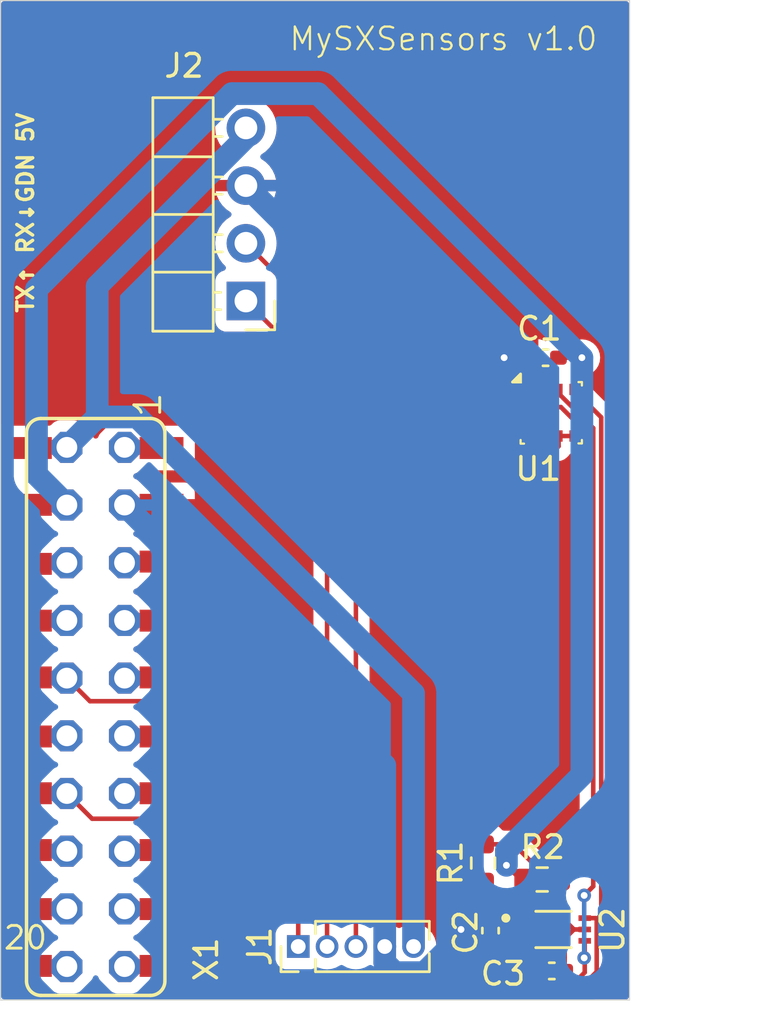
<source format=kicad_pcb>
(kicad_pcb (version 20221018) (generator pcbnew)
  (layers (0 "F.Cu" signal) (31 "B.Cu" signal) (34 "B.Paste" user) (35 "F.Paste" user) (36 "B.SilkS" user "B.Silkscreen") (37 "F.SilkS" user "F.Silkscreen") (38 "B.Mask" user) (39 "F.Mask" user) (44 "Edge.Cuts" user))
  (net 0 "")
  (net 1 "VCC")
  (net 2 "VRAW")
  (net 3 "GND")
  (net 4 "VCCIO")
  (net 5 "D2_RX")
  (net 6 "D1_TX")
  (net 7 "LEGACY_ID")
  (net 8 "RST")
  (net 9 "D4_INT")
  (net 10 "D3_INT")
  (net 11 "D6_PWM")
  (net 12 "D5_PWM")
  (net 13 "D8_SDA")
  (net 14 "D7_SCL")
  (net 15 "D10_A4")
  (net 16 "D9_A3")
  (net 17 "D12_MISO")
  (net 18 "D11_MOSI")
  (net 19 "D14_CS")
  (net 20 "D13_SCK")
  (net 21 "Net-(U2-DVI)")
  (net 22 "Net-(J1-Pin_3)")
  (net 23 "Net-(J1-Pin_2)")
  (net 24 "Net-(U2-ADDR)")
  (footprint "Capacitor_SMD:C_0402_1005Metric_Pad0.74x0.62mm_HandSolder" (layer "F.Cu") (at 159.575 122.975 180)
    (fp_text reference "C3" (at 2.15 -0.125) (layer "F.SilkS"))
    (fp_text value "100n")
    (fp_line (start -0.115835 -0.36) (end 0.115835 -0.36) (stroke (width 0.12)) (layer "F.SilkS"))
    (fp_line (start -0.115835 0.36) (end 0.115835 0.36) (stroke (width 0.12)) (layer "F.SilkS"))
    (pad "1" smd roundrect (at -0.5675 0 180) (size 0.735 0.62) (layers "F.Cu" "F.Paste" "F.Mask") (net 21 "Net-(U2-DVI)"))
    (pad "2" smd roundrect (at 0.5675 0 180) (size 0.735 0.62) (layers "F.Cu" "F.Paste" "F.Mask") (net 3 "GND"))
  )
  (footprint "Connector_PinHeader_1.27mm:PinHeader_1x05_P1.27mm_Vertical" (layer "F.Cu") (at 148.405 121.9 90)
    (fp_text reference "J1" (at 0 -1.695 90) (layer "F.SilkS"))
    (fp_text value "LD2410B")
    (fp_line (start -1.11 -0.76) (end 0 -0.76) (stroke (width 0.12)) (layer "F.SilkS"))
    (fp_line (start -1.11 0) (end -1.11 -0.76) (stroke (width 0.12)) (layer "F.SilkS"))
    (fp_line (start -1.11 0.76) (end -1.11 5.775) (stroke (width 0.12)) (layer "F.SilkS"))
    (fp_line (start -1.11 0.76) (end -0.563471 0.76) (stroke (width 0.12)) (layer "F.SilkS"))
    (fp_line (start -1.11 5.775) (end -0.30753 5.775) (stroke (width 0.12)) (layer "F.SilkS"))
    (fp_line (start 0.30753 5.775) (end 1.11 5.775) (stroke (width 0.12)) (layer "F.SilkS"))
    (fp_line (start 0.563471 0.76) (end 1.11 0.76) (stroke (width 0.12)) (layer "F.SilkS"))
    (fp_line (start 1.11 0.76) (end 1.11 5.775) (stroke (width 0.12)) (layer "F.SilkS"))
    (pad "1" thru_hole rect (at 0 0 90) (size 1 1) (drill 0.65) (layers "*.Cu" "*.Mask") (net 10 "D3_INT"))
    (pad "2" thru_hole oval (at 0 1.27 90) (size 1 1) (drill 0.65) (layers "*.Cu" "*.Mask") (net 23 "Net-(J1-Pin_2)"))
    (pad "3" thru_hole oval (at 0 2.54 90) (size 1 1) (drill 0.65) (layers "*.Cu" "*.Mask") (net 22 "Net-(J1-Pin_3)"))
    (pad "4" thru_hole oval (at 0 3.81 90) (size 1 1) (drill 0.65) (layers "*.Cu" "*.Mask") (net 3 "GND"))
    (pad "5" thru_hole oval (at 0 5.08 90) (size 1 1) (drill 0.65) (layers "*.Cu" "*.Mask") (net 2 "VRAW"))
  )
  (footprint "Package_LGA:Bosch_LGA-8_2.5x2.5mm_P0.65mm_ClockwisePinNumbering" (layer "F.Cu") (at 159.55 98.4)
    (fp_text reference "U1" (at -0.575 2.475) (layer "F.SilkS"))
    (fp_text value "BME280")
    (fp_line (start -1.35 1.35) (end -1.35 1.2) (stroke (width 0.1)) (layer "F.SilkS"))
    (fp_line (start -1.35 1.36) (end -1.2 1.36) (stroke (width 0.1)) (layer "F.SilkS"))
    (fp_line (start 1.2 -1.35) (end 1.35 -1.35) (stroke (width 0.1)) (layer "F.SilkS"))
    (fp_line (start 1.35 -1.35) (end 1.35 -1.2) (stroke (width 0.1)) (layer "F.SilkS"))
    (fp_line (start 1.35 1.35) (end 1.2 1.35) (stroke (width 0.1)) (layer "F.SilkS"))
    (fp_line (start 1.35 1.35) (end 1.35 1.2) (stroke (width 0.1)) (layer "F.SilkS"))
    (fp_poly (pts (xy -1.35 -1.35) (xy -1.71 -1.35) (xy -1.35 -1.71) (xy -1.35 -1.35)) (stroke (width 0.12)) (fill solid) (layer "F.SilkS"))
    (pad "1" smd rect (at -0.975 -1.025 90) (size 0.5 0.35) (layers "F.Cu" "F.Paste" "F.Mask") (net 3 "GND"))
    (pad "2" smd rect (at -0.325 -1.025 90) (size 0.5 0.35) (layers "F.Cu" "F.Paste" "F.Mask") (net 4 "VCCIO"))
    (pad "3" smd rect (at 0.325 -1.025 90) (size 0.5 0.35) (layers "F.Cu" "F.Paste" "F.Mask") (net 13 "D8_SDA"))
    (pad "4" smd rect (at 0.975 -1.025 90) (size 0.5 0.35) (layers "F.Cu" "F.Paste" "F.Mask") (net 14 "D7_SCL"))
    (pad "5" smd rect (at 0.975 1.025 90) (size 0.5 0.35) (layers "F.Cu" "F.Paste" "F.Mask") (net 4 "VCCIO"))
    (pad "6" smd rect (at 0.325 1.025 90) (size 0.5 0.35) (layers "F.Cu" "F.Paste" "F.Mask") (net 4 "VCCIO"))
    (pad "7" smd rect (at -0.325 1.025 90) (size 0.5 0.35) (layers "F.Cu" "F.Paste" "F.Mask") (net 3 "GND"))
    (pad "8" smd rect (at -0.975 1.025 90) (size 0.5 0.35) (layers "F.Cu" "F.Paste" "F.Mask") (net 4 "VCCIO"))
  )
  (footprint "Resistor_SMD:R_0603_1608Metric" (layer "F.Cu") (at 156.55 118.225 90)
    (fp_text reference "R1" (at 0 -1.43 90) (layer "F.SilkS"))
    (fp_text value "1k")
    (fp_line (start -0.237258 -0.5225) (end 0.237258 -0.5225) (stroke (width 0.12)) (layer "F.SilkS"))
    (fp_line (start -0.237258 0.5225) (end 0.237258 0.5225) (stroke (width 0.12)) (layer "F.SilkS"))
    (pad "1" smd roundrect (at -0.825 0 90) (size 0.8 0.95) (layers "F.Cu" "F.Paste" "F.Mask") (net 3 "GND"))
    (pad "2" smd roundrect (at 0.825 0 90) (size 0.8 0.95) (layers "F.Cu" "F.Paste" "F.Mask") (net 24 "Net-(U2-ADDR)"))
  )
  (footprint "MySXSensors:XDCR_BH1750FVI-TR" (layer "F.Cu") (at 159.65 121.15)
    (fp_text reference "U2" (at 2.6 0.025 90) (layer "F.SilkS") (effects (font (size 1.001283 1.001283))))
    (fp_text value "BH1750FVI-TR")
    (fp_line (start -0.78 0.8) (end 0.78 0.8) (stroke (width 0.127)) (layer "F.SilkS"))
    (fp_line (start 0.78 -0.8) (end -0.78 -0.8) (stroke (width 0.127)) (layer "F.SilkS"))
    (fp_circle (center -2.1 -0.5) (end -2 -0.5) (stroke (width 0.2)) (fill none) (layer "F.SilkS"))
    (pad "1" smd rect (at -1.375 -0.5) (size 0.55 0.25) (layers "F.Cu" "F.Paste" "F.Mask") (net 4 "VCCIO"))
    (pad "2" smd rect (at -1.375 0) (size 0.55 0.25) (layers "F.Cu" "F.Paste" "F.Mask") (net 24 "Net-(U2-ADDR)"))
    (pad "3" smd rect (at -1.375 0.5) (size 0.55 0.25) (layers "F.Cu" "F.Paste" "F.Mask") (net 3 "GND"))
    (pad "4" smd rect (at 1.375 0.5) (size 0.55 0.25) (layers "F.Cu" "F.Paste" "F.Mask") (net 13 "D8_SDA"))
    (pad "5" smd rect (at 1.375 0) (size 0.55 0.25) (layers "F.Cu" "F.Paste" "F.Mask") (net 21 "Net-(U2-DVI)"))
    (pad "6" smd rect (at 1.375 -0.5) (size 0.55 0.25) (layers "F.Cu" "F.Paste" "F.Mask") (net 14 "D7_SCL"))
  )
  (footprint "Capacitor_SMD:C_0402_1005Metric_Pad0.74x0.62mm_HandSolder" (layer "F.Cu") (at 156.875 121.2 -90)
    (fp_text reference "C2" (at 0.075 1.1 90) (layer "F.SilkS"))
    (fp_text value "100n")
    (fp_line (start -0.115835 -0.36) (end 0.115835 -0.36) (stroke (width 0.12)) (layer "F.SilkS"))
    (fp_line (start -0.115835 0.36) (end 0.115835 0.36) (stroke (width 0.12)) (layer "F.SilkS"))
    (pad "1" smd roundrect (at -0.5675 0 270) (size 0.735 0.62) (layers "F.Cu" "F.Paste" "F.Mask") (net 4 "VCCIO"))
    (pad "2" smd roundrect (at 0.5675 0 270) (size 0.735 0.62) (layers "F.Cu" "F.Paste" "F.Mask") (net 3 "GND"))
  )
  (footprint "MySXSensors:FE10-2" (layer "F.Cu") (at 139.4841 111.3536 -90)
    (fp_text reference "X1" (at 10.0584 -4.2799 90) (layer "F.SilkS") (effects (justify right top)))
    (fp_text value "~" hide)
    (fp_text user "1" (at -13.9286 -2.9659 90) (layer "F.SilkS") (effects (font (size 1.143 1.143) (thickness 0.127)) (justify right bottom)))
    (fp_text user "20" (at 10.7464 2.0591 180) (layer "F.SilkS") (effects (font (thickness 0.127)) (justify right bottom)))
    (fp_line (start -12.7 2.413) (end -12.7 -2.413) (stroke (width 0.1524)) (layer "F.SilkS"))
    (fp_line (start -12.065 -3.048) (end 12.065 -3.048) (stroke (width 0.1524)) (layer "F.SilkS"))
    (fp_line (start -12.065 3.048) (end 12.065 3.048) (stroke (width 0.1524)) (layer "F.SilkS"))
    (fp_line (start 12.7 2.413) (end 12.7 -2.413) (stroke (width 0.1524)) (layer "F.SilkS"))
    (fp_arc (start -12.7 -2.413) (mid -12.514013 -2.862013) (end -12.065 -3.048) (stroke (width 0.1524)) (layer "F.SilkS"))
    (fp_arc (start -12.065 3.048) (mid -12.514013 2.862013) (end -12.7 2.413) (stroke (width 0.1524)) (layer "F.SilkS"))
    (fp_arc (start 12.065 -3.048) (mid 12.514013 -2.862013) (end 12.7 -2.413) (stroke (width 0.1524)) (layer "F.SilkS"))
    (fp_arc (start 12.7 2.413) (mid 12.514013 2.862013) (end 12.065 3.048) (stroke (width 0.1524)) (layer "F.SilkS"))
    (pad "1" thru_hole roundrect (at -11.43 -1.27 270) (size 1.3716 1.3716) (drill 0.9144) (layers "*.Cu" "*.Mask") (chamfer_ratio 0.2928932188) (chamfer top_left top_right bottom_left bottom_right) (net 1 "VCC"))
    (pad "1" smd rect (at -11.4 -2.9 180) (size 1.9304 0.9652) (layers "F.Cu" "F.Paste" "F.Mask") (net 1 "VCC"))
    (pad "2" thru_hole roundrect (at -11.43 1.27 270) (size 1.3716 1.3716) (drill 0.9144) (layers "*.Cu" "*.Mask") (chamfer_ratio 0.2928932188) (chamfer top_left top_right bottom_left bottom_right) (net 2 "VRAW"))
    (pad "2" smd rect (at -11.4 2.9 180) (size 1.9304 0.9652) (layers "F.Cu" "F.Paste" "F.Mask") (net 2 "VRAW"))
    (pad "3" smd rect (at -8.9 -2.9 180) (size 1.9304 0.9652) (layers "F.Cu" "F.Paste" "F.Mask") (net 3 "GND"))
    (pad "3" thru_hole roundrect (at -8.89 -1.27 270) (size 1.3716 1.3716) (drill 0.9144) (layers "*.Cu" "*.Mask") (chamfer_ratio 0.2928932188) (chamfer top_left top_right bottom_left bottom_right) (net 3 "GND"))
    (pad "4" smd rect (at -8.9 2.9 180) (size 1.9304 0.9652) (layers "F.Cu" "F.Paste" "F.Mask") (net 4 "VCCIO"))
    (pad "4" thru_hole roundrect (at -8.89 1.27 270) (size 1.3716 1.3716) (drill 0.9144) (layers "*.Cu" "*.Mask") (chamfer_ratio 0.2928932188) (chamfer top_left top_right bottom_left bottom_right) (net 4 "VCCIO"))
    (pad "5" smd rect (at -6.4 -2.9 180) (size 1.9304 0.9652) (layers "F.Cu" "F.Paste" "F.Mask") (net 5 "D2_RX"))
    (pad "5" thru_hole roundrect (at -6.35 -1.27 270) (size 1.3716 1.3716) (drill 0.9144) (layers "*.Cu" "*.Mask") (chamfer_ratio 0.2928932188) (chamfer top_left top_right bottom_left bottom_right) (net 5 "D2_RX"))
    (pad "6" thru_hole roundrect (at -6.35 1.27 270) (size 1.3716 1.3716) (drill 0.9144) (layers "*.Cu" "*.Mask") (chamfer_ratio 0.2928932188) (chamfer top_left top_right bottom_left bottom_right) (net 6 "D1_TX"))
    (pad "6" smd rect (at -6.3 2.9 180) (size 1.9304 0.9652) (layers "F.Cu" "F.Paste" "F.Mask") (net 6 "D1_TX"))
    (pad "7" thru_hole roundrect (at -3.81 -1.27 270) (size 1.3716 1.3716) (drill 0.9144) (layers "*.Cu" "*.Mask") (chamfer_ratio 0.2928932188) (chamfer top_left top_right bottom_left bottom_right) (net 7 "LEGACY_ID"))
    (pad "7" smd rect (at -3.8 -2.9 180) (size 1.9304 0.9652) (layers "F.Cu" "F.Paste" "F.Mask") (net 7 "LEGACY_ID"))
    (pad "8" thru_hole roundrect (at -3.81 1.27 270) (size 1.3716 1.3716) (drill 0.9144) (layers "*.Cu" "*.Mask") (chamfer_ratio 0.2928932188) (chamfer top_left top_right bottom_left bottom_right) (net 8 "RST"))
    (pad "8" smd rect (at -3.8 2.9 180) (size 1.9304 0.9652) (layers "F.Cu" "F.Paste" "F.Mask") (net 8 "RST"))
    (pad "9" smd rect (at -1.3 -2.9 180) (size 1.9304 0.9652) (layers "F.Cu" "F.Paste" "F.Mask") (net 9 "D4_INT"))
    (pad "9" thru_hole roundrect (at -1.27 -1.27 270) (size 1.3716 1.3716) (drill 0.9144) (layers "*.Cu" "*.Mask") (chamfer_ratio 0.2928932188) (chamfer top_left top_right bottom_left bottom_right) (net 9 "D4_INT"))
    (pad "10" smd rect (at -1.3 2.9 180) (size 1.9304 0.9652) (layers "F.Cu" "F.Paste" "F.Mask") (net 10 "D3_INT"))
    (pad "10" thru_hole roundrect (at -1.27 1.27 270) (size 1.3716 1.3716) (drill 0.9144) (layers "*.Cu" "*.Mask") (chamfer_ratio 0.2928932188) (chamfer top_left top_right bottom_left bottom_right) (net 10 "D3_INT"))
    (pad "11" thru_hole roundrect (at 1.27 -1.27 270) (size 1.3716 1.3716) (drill 0.9144) (layers "*.Cu" "*.Mask") (chamfer_ratio 0.2928932188) (chamfer top_left top_right bottom_left bottom_right) (net 11 "D6_PWM"))
    (pad "11" smd rect (at 1.3 -2.9 180) (size 1.9304 0.9652) (layers "F.Cu" "F.Paste" "F.Mask") (net 11 "D6_PWM"))
    (pad "12" thru_hole roundrect (at 1.27 1.27 270) (size 1.3716 1.3716) (drill 0.9144) (layers "*.Cu" "*.Mask") (chamfer_ratio 0.2928932188) (chamfer top_left top_right bottom_left bottom_right) (net 12 "D5_PWM"))
    (pad "12" smd rect (at 1.3 2.9 180) (size 1.9304 0.9652) (layers "F.Cu" "F.Paste" "F.Mask") (net 12 "D5_PWM"))
    (pad "13" smd rect (at 3.8 -2.9 180) (size 1.9304 0.9652) (layers "F.Cu" "F.Paste" "F.Mask") (net 13 "D8_SDA"))
    (pad "13" thru_hole roundrect (at 3.81 -1.27 270) (size 1.3716 1.3716) (drill 0.9144) (layers "*.Cu" "*.Mask") (chamfer_ratio 0.2928932188) (chamfer top_left top_right bottom_left bottom_right) (net 13 "D8_SDA"))
    (pad "14" smd rect (at 3.8 2.9 180) (size 1.9304 0.9652) (layers "F.Cu" "F.Paste" "F.Mask") (net 14 "D7_SCL"))
    (pad "14" thru_hole roundrect (at 3.81 1.27 270) (size 1.3716 1.3716) (drill 0.9144) (layers "*.Cu" "*.Mask") (chamfer_ratio 0.2928932188) (chamfer top_left top_right bottom_left bottom_right) (net 14 "D7_SCL"))
    (pad "15" smd rect (at 6.3 -2.9 180) (size 1.9304 0.9652) (layers "F.Cu" "F.Paste" "F.Mask") (net 15 "D10_A4"))
    (pad "15" thru_hole roundrect (at 6.35 -1.27 270) (size 1.3716 1.3716) (drill 0.9144) (layers "*.Cu" "*.Mask") (chamfer_ratio 0.2928932188) (chamfer top_left top_right bottom_left bottom_right) (net 15 "D10_A4"))
    (pad "16" smd rect (at 6.3 2.9 180) (size 1.9304 0.9652) (layers "F.Cu" "F.Paste" "F.Mask") (net 16 "D9_A3"))
    (pad "16" thru_hole roundrect (at 6.35 1.27 270) (size 1.3716 1.3716) (drill 0.9144) (layers "*.Cu" "*.Mask") (chamfer_ratio 0.2928932188) (chamfer top_left top_right bottom_left bottom_right) (net 16 "D9_A3"))
    (pad "17" thru_hole roundrect (at 8.89 -1.27 270) (size 1.3716 1.3716) (drill 0.9144) (layers "*.Cu" "*.Mask") (chamfer_ratio 0.2928932188) (chamfer top_left top_right bottom_left bottom_right) (net 17 "D12_MISO"))
    (pad "17" smd rect (at 8.9 -2.9 180) (size 1.9304 0.9652) (layers "F.Cu" "F.Paste" "F.Mask") (net 17 "D12_MISO"))
    (pad "18" thru_hole roundrect (at 8.89 1.27 270) (size 1.3716 1.3716) (drill 0.9144) (layers "*.Cu" "*.Mask") (chamfer_ratio 0.2928932188) (chamfer top_left top_right bottom_left bottom_right) (net 18 "D11_MOSI"))
    (pad "18" smd rect (at 8.9 2.9 180) (size 1.9304 0.9652) (layers "F.Cu" "F.Paste" "F.Mask") (net 18 "D11_MOSI"))
    (pad "19" smd rect (at 11.4 -2.9 180) (size 1.9304 0.9652) (layers "F.Cu" "F.Paste" "F.Mask") (net 19 "D14_CS"))
    (pad "19" thru_hole roundrect (at 11.43 -1.27 270) (size 1.3716 1.3716) (drill 0.9144) (layers "*.Cu" "*.Mask") (chamfer_ratio 0.2928932188) (chamfer top_left top_right bottom_left bottom_right) (net 19 "D14_CS"))
    (pad "20" smd rect (at 11.4 2.9 180) (size 1.9304 0.9652) (layers "F.Cu" "F.Paste" "F.Mask") (net 20 "D13_SCK"))
    (pad "20" thru_hole roundrect (at 11.43 1.27 270) (size 1.3716 1.3716) (drill 0.9144) (layers "*.Cu" "*.Mask") (chamfer_ratio 0.2928932188) (chamfer top_left top_right bottom_left bottom_right) (net 20 "D13_SCK"))
  )
  (footprint "Capacitor_SMD:C_0402_1005Metric_Pad0.74x0.62mm_HandSolder" (layer "F.Cu") (at 159.3 95.975 180)
    (fp_text reference "C1" (at 0.275 1.275) (layer "F.SilkS"))
    (fp_text value "100n")
    (fp_line (start -0.115835 -0.36) (end 0.115835 -0.36) (stroke (width 0.12)) (layer "F.SilkS"))
    (fp_line (start -0.115835 0.36) (end 0.115835 0.36) (stroke (width 0.12)) (layer "F.SilkS"))
    (pad "1" smd roundrect (at -0.5675 0 180) (size 0.735 0.62) (layers "F.Cu" "F.Paste" "F.Mask") (net 4 "VCCIO"))
    (pad "2" smd roundrect (at 0.5675 0 180) (size 0.735 0.62) (layers "F.Cu" "F.Paste" "F.Mask") (net 3 "GND"))
  )
  (footprint "Connector_PinHeader_2.54mm:PinHeader_1x04_P2.54mm_Horizontal" (layer "F.Cu") (at 146.1 93.48 180)
    (fp_text reference "J2" (at 2.725 10.355) (layer "F.SilkS"))
    (fp_text value "UART")
    (fp_line (start -1.27 -1.27) (end 0 -1.27) (stroke (width 0.12)) (layer "F.SilkS"))
    (fp_line (start -1.27 0) (end -1.27 -1.27) (stroke (width 0.12)) (layer "F.SilkS"))
    (fp_line (start 1.042929 2.16) (end 1.44 2.16) (stroke (width 0.12)) (layer "F.SilkS"))
    (fp_line (start 1.042929 2.92) (end 1.44 2.92) (stroke (width 0.12)) (layer "F.SilkS"))
    (fp_line (start 1.042929 4.7) (end 1.44 4.7) (stroke (width 0.12)) (layer "F.SilkS"))
    (fp_line (start 1.042929 5.46) (end 1.44 5.46) (stroke (width 0.12)) (layer "F.SilkS"))
    (fp_line (start 1.042929 7.24) (end 1.44 7.24) (stroke (width 0.12)) (layer "F.SilkS"))
    (fp_line (start 1.042929 8) (end 1.44 8) (stroke (width 0.12)) (layer "F.SilkS"))
    (fp_line (start 1.11 -0.38) (end 1.44 -0.38) (stroke (width 0.12)) (layer "F.SilkS"))
    (fp_line (start 1.11 0.38) (end 1.44 0.38) (stroke (width 0.12)) (layer "F.SilkS"))
    (fp_line (start 1.44 -1.33) (end 1.44 8.95) (stroke (width 0.12)) (layer "F.SilkS"))
    (fp_line (start 1.44 1.27) (end 4.1 1.27) (stroke (width 0.12)) (layer "F.SilkS"))
    (fp_line (start 1.44 3.81) (end 4.1 3.81) (stroke (width 0.12)) (layer "F.SilkS"))
    (fp_line (start 1.44 6.35) (end 4.1 6.35) (stroke (width 0.12)) (layer "F.SilkS"))
    (fp_line (start 1.44 8.95) (end 4.1 8.95) (stroke (width 0.12)) (layer "F.SilkS"))
    (fp_line (start 4.1 -1.33) (end 1.44 -1.33) (stroke (width 0.12)) (layer "F.SilkS"))
    (fp_line (start 4.1 8.95) (end 4.1 -1.33) (stroke (width 0.12)) (layer "F.SilkS"))
    (pad "1" thru_hole rect (at 0 0 180) (size 1.7 1.7) (drill 1) (layers "*.Cu" "*.Mask") (net 23 "Net-(J1-Pin_2)"))
    (pad "2" thru_hole oval (at 0 2.54 180) (size 1.7 1.7) (drill 1) (layers "*.Cu" "*.Mask") (net 22 "Net-(J1-Pin_3)"))
    (pad "3" thru_hole oval (at 0 5.08 180) (size 1.7 1.7) (drill 1) (layers "*.Cu" "*.Mask") (net 3 "GND"))
    (pad "4" thru_hole oval (at 0 7.62 180) (size 1.7 1.7) (drill 1) (layers "*.Cu" "*.Mask") (net 2 "VRAW"))
  )
  (footprint "Resistor_SMD:R_0603_1608Metric" (layer "F.Cu") (at 159.15 118.95 180)
    (fp_text reference "R2" (at -0.025 1.425) (layer "F.SilkS"))
    (fp_text value "1k")
    (fp_line (start -0.237258 -0.5225) (end 0.237258 -0.5225) (stroke (width 0.12)) (layer "F.SilkS"))
    (fp_line (start -0.237258 0.5225) (end 0.237258 0.5225) (stroke (width 0.12)) (layer "F.SilkS"))
    (pad "1" smd roundrect (at -0.825 0 180) (size 0.8 0.95) (layers "F.Cu" "F.Paste" "F.Mask") (net 21 "Net-(U2-DVI)"))
    (pad "2" smd roundrect (at 0.825 0 180) (size 0.8 0.95) (layers "F.Cu" "F.Paste" "F.Mask") (net 4 "VCCIO"))
  )
  (gr_line (start 135.2931 80.2536) (end 135.2931 124.2536) (stroke (width 0.05)) (layer "Edge.Cuts"))
  (gr_line (start 163 124.2536) (end 163 80.2536) (stroke (width 0.05)) (layer "Edge.Cuts"))
  (gr_line (start 163 80.2536) (end 135.2931 80.2536) (stroke (width 0.05)) (layer "Edge.Cuts"))
  (gr_line (start 135.2931 124.2536) (end 163 124.2536) (stroke (width 0.05)) (layer "Edge.Cuts"))
  (gr_text "TX↑ RX↓GDN 5V" (at 136.8 94.075 90) (layer "F.SilkS") (effects (font (size 0.7 0.7)) (justify left bottom)))
  (gr_text "MySXSensors v1.0" (at 147.95 82.525) (layer "F.SilkS") (effects (font (size 1 1) (thickness 0.1)) (justify left bottom)))
  (segment (start 146.1 85.86) (end 146.1 86.275285) (width 1) (layer "B.Cu") (net 2))
  (segment (start 153.485 121.9) (end 153.485 110.761998) (width 1) (layer "B.Cu") (net 2))
  (segment (start 146.1 86.275285) (end 139.5523 92.822985) (width 1) (layer "B.Cu") (net 2))
  (segment (start 142.449001 99.725999) (end 141.308402 98.5854) (width 1) (layer "B.Cu") (net 2))
  (segment (start 139.5523 98.5854) (end 138.2141 99.9236) (width 1) (layer "B.Cu") (net 2))
  (segment (start 153.485 110.761998) (end 142.449001 99.725999) (width 1) (layer "B.Cu") (net 2))
  (segment (start 141.308402 98.5854) (end 139.5523 98.5854) (width 1) (layer "B.Cu") (net 2))
  (segment (start 139.5523 92.822985) (end 139.5523 98.5854) (width 1) (layer "B.Cu") (net 2))
  (segment (start 158.7325 95.975) (end 157.475 95.975) (width 0.2) (layer "F.Cu") (net 3))
  (segment (start 158.575 97.375) (end 158.575 96.1325) (width 0.2) (layer "F.Cu") (net 3))
  (segment (start 159.225 99.425) (end 159.225 98.8) (width 0.2) (layer "F.Cu") (net 3))
  (segment (start 156.3126 121.2051) (end 155.6301 121.2051) (width 0.2) (layer "F.Cu") (net 3))
  (segment (start 158.575 98.15) (end 158.575 97.375) (width 0.2) (layer "F.Cu") (net 3))
  (segment (start 158.275 122.2425) (end 159.0075 122.975) (width 0.2) (layer "F.Cu") (net 3))
  (segment (start 156.9925 121.65) (end 156.875 121.7675) (width 0.2) (layer "F.Cu") (net 3))
  (segment (start 159.225 98.8) (end 158.575 98.15) (width 0.2) (layer "F.Cu") (net 3))
  (segment (start 158.275 121.65) (end 156.9925 121.65) (width 0.2) (layer "F.Cu") (net 3))
  (segment (start 158.575 96.1325) (end 158.7325 95.975) (width 0.2) (layer "F.Cu") (net 3))
  (segment (start 156.3126 119.2874) (end 156.55 119.05) (width 0.2) (layer "F.Cu") (net 3))
  (segment (start 155.6301 121.2051) (end 155.575 121.15) (width 0.2) (layer "F.Cu") (net 3))
  (segment (start 156.3126 121.2051) (end 156.3126 119.2874) (width 0.2) (layer "F.Cu") (net 3))
  (segment (start 158.275 121.65) (end 158.275 122.2425) (width 0.2) (layer "F.Cu") (net 3))
  (segment (start 156.875 121.7675) (end 156.3126 121.2051) (width 0.2) (layer "F.Cu") (net 3))
  (via (at 157.475 95.975) (size 0.6) (drill 0.3) (layers "F.Cu" "B.Cu") (net 3))
  (via (at 155.575 121.15) (size 0.6) (drill 0.3) (layers "F.Cu" "B.Cu") (net 3))
  (segment (start 155.575 121.43974) (end 153.96234 123.0524) (width 1) (layer "B.Cu") (net 3))
  (segment (start 157.475 95.975) (end 155.4625 97.9875) (width 1) (layer "B.Cu") (net 3))
  (segment (start 152.215 122.607106) (end 152.215 121.9) (width 1) (layer "B.Cu") (net 3))
  (segment (start 155.575 121.15) (end 155.575 121.43974) (width 1) (layer "B.Cu") (net 3))
  (segment (start 153.96234 123.0524) (end 152.660294 123.0524) (width 1) (layer "B.Cu") (net 3))
  (segment (start 152.215 121.9) (end 152.215 113.9245) (width 1) (layer "B.Cu") (net 3))
  (segment (start 152.215 113.9245) (end 140.7541 102.4636) (width 1) (layer "B.Cu") (net 3))
  (segment (start 155.4625 121.0375) (end 155.575 121.15) (width 1) (layer "B.Cu") (net 3))
  (segment (start 155.4625 97.9875) (end 155.4625 121.0375) (width 1) (layer "B.Cu") (net 3))
  (segment (start 152.660294 123.0524) (end 152.215 122.607106) (width 1) (layer "B.Cu") (net 3))
  (segment (start 155.4625 97.7625) (end 155.4625 97.9875) (width 1) (layer "B.Cu") (net 3))
  (segment (start 146.1 88.4) (end 155.4625 97.7625) (width 1) (layer "B.Cu") (net 3))
  (segment (start 159.975 98.15) (end 160.525 98.7) (width 0.2) (layer "F.Cu") (net 4))
  (segment (start 159.225 97.375) (end 159.225 96.6175) (width 0.2) (layer "F.Cu") (net 4))
  (segment (start 159.875 99.425) (end 159.875 99.875) (width 0.2) (layer "F.Cu") (net 4))
  (segment (start 159.8226 99.9274) (end 158.6274 99.9274) (width 0.2) (layer "F.Cu") (net 4))
  (segment (start 160.525 98.7) (end 160.525 99.425) (width 0.2) (layer "F.Cu") (net 4))
  (segment (start 156.8925 120.65) (end 156.875 120.6325) (width 0.2) (layer "F.Cu") (net 4))
  (segment (start 159.225 97.825) (end 159.55 98.15) (width 0.2) (layer "F.Cu") (net 4))
  (segment (start 158.575 99.875) (end 158.575 99.425) (width 0.2) (layer "F.Cu") (net 4))
  (segment (start 159.55 98.15) (end 159.975 98.15) (width 0.2) (layer "F.Cu") (net 4))
  (segment (start 159.8675 95.975) (end 160.9 95.975) (width 0.2) (layer "F.Cu") (net 4))
  (segment (start 158.275 120.65) (end 156.8925 120.65) (width 0.2) (layer "F.Cu") (net 4))
  (segment (start 159.225 96.6175) (end 159.8675 95.975) (width 0.2) (layer "F.Cu") (net 4))
  (segment (start 158.325 118.95) (end 158.325 120.6) (width 0.2) (layer "F.Cu") (net 4))
  (segment (start 158.325 118.95) (end 158.2 118.95) (width 0.2) (layer "F.Cu") (net 4))
  (segment (start 158.325 120.6) (end 158.275 120.65) (width 0.2) (layer "F.Cu") (net 4))
  (segment (start 160.525 99.425) (end 159.875 99.425) (width 0.2) (layer "F.Cu") (net 4))
  (segment (start 158.2 118.95) (end 157.575 118.325) (width 0.2) (layer "F.Cu") (net 4))
  (segment (start 159.875 99.875) (end 159.8226 99.9274) (width 0.2) (layer "F.Cu") (net 4))
  (segment (start 158.6274 99.9274) (end 158.575 99.875) (width 0.2) (layer "F.Cu") (net 4))
  (segment (start 159.225 97.375) (end 159.225 97.825) (width 0.2) (layer "F.Cu") (net 4))
  (via (at 157.575 118.325) (size 0.6) (drill 0.3) (layers "F.Cu" "B.Cu") (net 4))
  (via (at 160.9 95.975) (size 0.6) (drill 0.3) (layers "F.Cu" "B.Cu") (net 4))
  (segment (start 136.875 92.960285) (end 136.875 101.1245) (width 1) (layer "B.Cu") (net 4))
  (segment (start 136.875 101.1245) (end 138.2141 102.4636) (width 1) (layer "B.Cu") (net 4))
  (segment (start 160.9 95.975) (end 149.275 84.35) (width 1) (layer "B.Cu") (net 4))
  (segment (start 160.9 114.35) (end 157.575 117.675) (width 1) (layer "B.Cu") (net 4))
  (segment (start 157.575 117.675) (end 157.575 118.325) (width 1) (layer "B.Cu") (net 4))
  (segment (start 149.275 84.35) (end 145.485285 84.35) (width 1) (layer "B.Cu") (net 4))
  (segment (start 145.485285 84.35) (end 136.875 92.960285) (width 1) (layer "B.Cu") (net 4))
  (segment (start 160.9 95.975) (end 160.9 114.35) (width 1) (layer "B.Cu") (net 4))
  (segment (start 144.5017 111.1) (end 139.2305 111.1) (width 0.2) (layer "F.Cu") (net 10))
  (segment (start 148.405 121.9) (end 148.405 115.0033) (width 0.2) (layer "F.Cu") (net 10))
  (segment (start 148.405 115.0033) (end 144.5017 111.1) (width 0.2) (layer "F.Cu") (net 10))
  (segment (start 139.2305 111.1) (end 138.2141 110.0836) (width 0.2) (layer "F.Cu") (net 10))
  (segment (start 144.6386 115.1636) (end 140.7541 115.1636) (width 0.2) (layer "F.Cu") (net 13))
  (segment (start 161.025 123.040446) (end 160.515446 123.55) (width 0.2) (layer "F.Cu") (net 13))
  (segment (start 161.4 99.076632) (end 161.4 119.25) (width 0.2) (layer "F.Cu") (net 13))
  (segment (start 159.875 97.551632) (end 161.4 99.076632) (width 0.2) (layer "F.Cu") (net 13))
  (segment (start 146.375 122.4) (end 146.375 116.9) (width 0.2) (layer "F.Cu") (net 13))
  (segment (start 161.025 122.175) (end 161.025 123.040446) (width 0.2) (layer "F.Cu") (net 13))
  (segment (start 147.525 123.55) (end 146.375 122.4) (width 0.2) (layer "F.Cu") (net 13))
  (segment (start 160.515446 123.55) (end 147.525 123.55) (width 0.2) (layer "F.Cu") (net 13))
  (segment (start 161.4 119.25) (end 161 119.65) (width 0.2) (layer "F.Cu") (net 13))
  (segment (start 161.025 121.65) (end 161.025 122.175) (width 0.2) (layer "F.Cu") (net 13))
  (segment (start 159.875 97.375) (end 159.875 97.551632) (width 0.2) (layer "F.Cu") (net 13))
  (segment (start 161.025 122.375) (end 161 122.4) (width 0.2) (layer "F.Cu") (net 13))
  (segment (start 146.375 116.9) (end 144.6386 115.1636) (width 0.2) (layer "F.Cu") (net 13))
  (segment (start 161.025 122.175) (end 161.025 122.375) (width 0.2) (layer "F.Cu") (net 13))
  (via (at 161 119.65) (size 0.6) (drill 0.3) (layers "F.Cu" "B.Cu") (net 13))
  (via (at 161 122.4) (size 0.6) (drill 0.3) (layers "F.Cu" "B.Cu") (net 13))
  (segment (start 161 122.4) (end 161 119.65) (width 0.2) (layer "B.Cu") (net 13))
  (segment (start 145.925 122.45) (end 145.925 117.675) (width 0.2) (layer "F.Cu") (net 14))
  (segment (start 144.525 116.275) (end 139.3255 116.275) (width 0.2) (layer "F.Cu") (net 14))
  (segment (start 145.925 117.675) (end 144.525 116.275) (width 0.2) (layer "F.Cu") (net 14))
  (segment (start 160.661414 123.9024) (end 147.3774 123.9024) (width 0.2) (layer "F.Cu") (net 14))
  (segment (start 147.3774 123.9024) (end 145.925 122.45) (width 0.2) (layer "F.Cu") (net 14))
  (segment (start 161.025 120.65) (end 161.5 120.65) (width 0.2) (layer "F.Cu") (net 14))
  (segment (start 161.5524 123.011414) (end 160.661414 123.9024) (width 0.2) (layer "F.Cu") (net 14))
  (segment (start 161.7524 98.6024) (end 161.7524 120.5024) (width 0.2) (layer "F.Cu") (net 14))
  (segment (start 139.3255 116.275) (end 138.2141 115.1636) (width 0.2) (layer "F.Cu") (net 14))
  (segment (start 160.525 97.375) (end 161.7524 98.6024) (width 0.2) (layer "F.Cu") (net 14))
  (segment (start 161.7524 120.5024) (end 161.5524 120.7024) (width 0.2) (layer "F.Cu") (net 14))
  (segment (start 161.5524 120.7024) (end 161.5524 123.011414) (width 0.2) (layer "F.Cu") (net 14))
  (segment (start 161.5 120.65) (end 161.5524 120.7024) (width 0.2) (layer "F.Cu") (net 14))
  (segment (start 160.1425 122.975) (end 160.1425 121.5575) (width 0.2) (layer "F.Cu") (net 21))
  (segment (start 159.975 120.575) (end 159.975 118.95) (width 0.2) (layer "F.Cu") (net 21))
  (segment (start 160.1425 121.5575) (end 160.55 121.15) (width 0.2) (layer "F.Cu") (net 21))
  (segment (start 160.55 121.15) (end 159.975 120.575) (width 0.2) (layer "F.Cu") (net 21))
  (segment (start 161.025 121.15) (end 160.55 121.15) (width 0.2) (layer "F.Cu") (net 21))
  (segment (start 150.945 121.9) (end 150.945 95.785) (width 0.2) (layer "F.Cu") (net 22))
  (segment (start 150.945 95.785) (end 146.1 90.94) (width 0.2) (layer "F.Cu") (net 22))
  (segment (start 149.675 97.055) (end 146.1 93.48) (width 0.2) (layer "F.Cu") (net 23))
  (segment (start 149.675 121.9) (end 149.675 97.055) (width 0.2) (layer "F.Cu") (net 23))
  (segment (start 159 120.9) (end 159 118.5) (width 0.2) (layer "F.Cu") (net 24))
  (segment (start 159 118.5) (end 157.9 117.4) (width 0.2) (layer "F.Cu") (net 24))
  (segment (start 158.275 121.15) (end 158.75 121.15) (width 0.2) (layer "F.Cu") (net 24))
  (segment (start 158.75 121.15) (end 159 120.9) (width 0.2) (layer "F.Cu") (net 24))
  (segment (start 157.9 117.4) (end 156.55 117.4) (width 0.2) (layer "F.Cu") (net 24))
  (zone (net 3) (net_name "GND") (layer "F.Cu") (priority 1) (connect_pads (clearance 0.5)) (min_thickness 0.25) (fill yes (thermal_gap 0.5) (thermal_bridge_width 0.5))
    (polygon (pts (xy 163 124.25) (xy 163 80.25) (xy 135.3 80.25) (xy 135.3 124.25)))
  )
  (zone (net 3) (net_name "GND") (layer "B.Cu") (connect_pads (clearance 0.5)) (min_thickness 0.25) (fill yes (thermal_gap 0.5) (thermal_bridge_width 0.5))
    (polygon (pts (xy 163 124.25) (xy 163 80.25) (xy 135.3 80.25) (xy 135.3 124.25)))
  )
)
</source>
